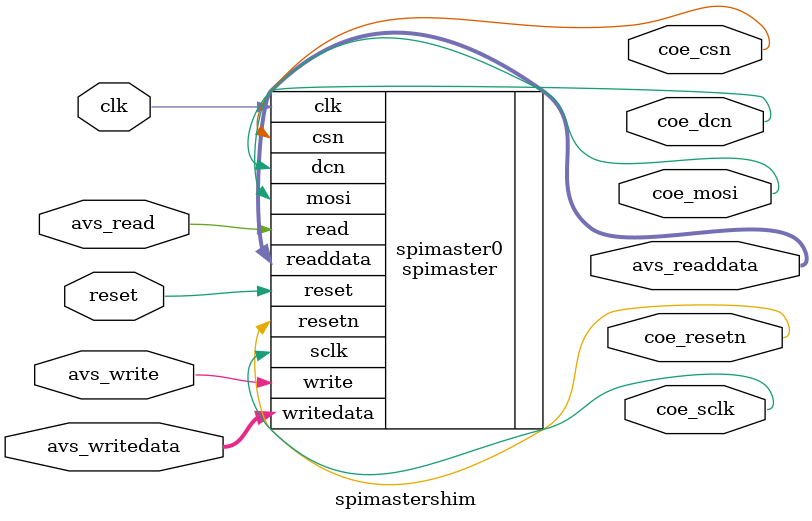
<source format=v>


module spimastershim
  #( parameter N = 16 ) 
   (
    input  wire        avs_write,     // avalon_slave.write
    input  wire        avs_read,      // avalon_slave.read
    input  wire [31:0] avs_writedata, //             .writedata
    output wire [31:0] avs_readdata,  //             .readdata
    input  wire        clk,           //   clock_sink.clk
    input  wire        reset,         //   reset_sink.reset
                                      //  conduit_end spi
    output wire        coe_sclk, coe_mosi, coe_csn, coe_dcn, coe_resetn  
    );

   spimaster #( N ) spimaster0
   ( 
     .writedata(avs_writedata), // Avalon MM bus, write data
     .readdata(avs_readdata),   // " read data
     .write(avs_write),         // " write strobe
     .read(avs_read),           // " readstrobe

     .sclk(coe_sclk),           // SPI: SCLK
     .mosi(coe_mosi),           // MOSI
     .csn(coe_csn),             // CS*
     .dcn(coe_dcn),             // D/C*
     .resetn(coe_resetn),       // reset*

     .reset(reset), .clk(clk) ) ;

endmodule

</source>
